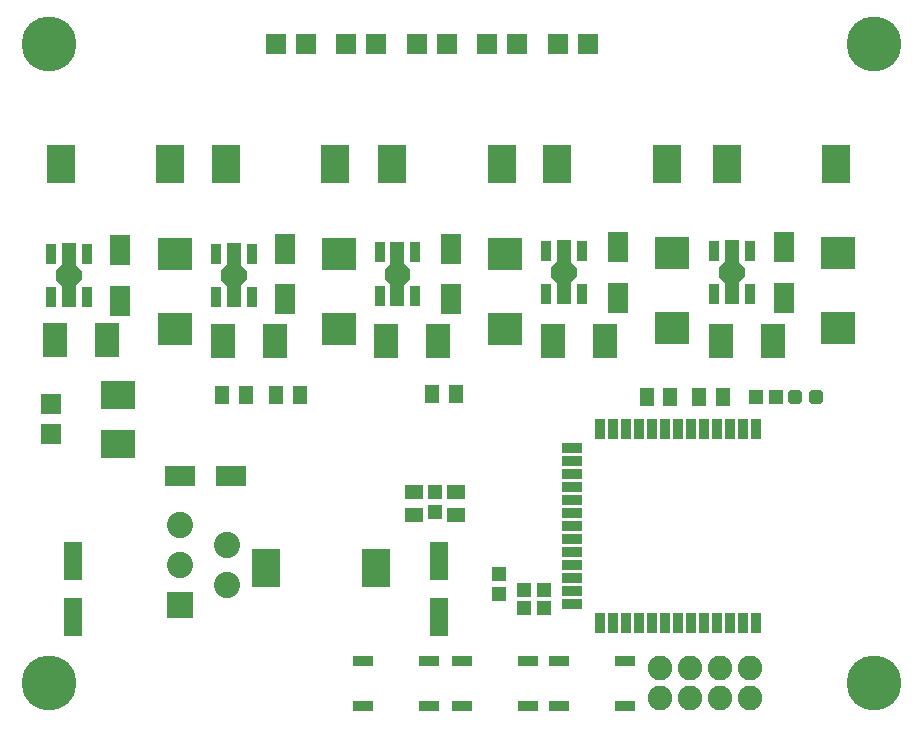
<source format=gbr>
G04 EAGLE Gerber RS-274X export*
G75*
%MOMM*%
%FSLAX34Y34*%
%LPD*%
%INSoldermask Top*%
%IPPOS*%
%AMOC8*
5,1,8,0,0,1.08239X$1,22.5*%
G01*
%ADD10R,0.903200X1.703200*%
%ADD11R,1.203200X5.403200*%
%ADD12R,2.403200X3.303200*%
%ADD13R,1.753200X2.553200*%
%ADD14R,2.003200X2.903200*%
%ADD15R,2.903200X2.753200*%
%ADD16R,1.727200X1.727200*%
%ADD17R,0.853200X1.703200*%
%ADD18R,1.703200X0.853200*%
%ADD19R,1.303200X1.603200*%
%ADD20R,1.303200X1.203200*%
%ADD21R,2.228200X2.228200*%
%ADD22C,2.228200*%
%ADD23R,1.603200X3.203200*%
%ADD24R,2.553200X1.753200*%
%ADD25R,1.603200X1.303200*%
%ADD26R,1.203200X1.303200*%
%ADD27R,2.997200X2.489200*%
%ADD28C,0.505344*%
%ADD29C,4.648200*%
%ADD30R,1.727200X0.965200*%
%ADD31C,2.082800*%
%ADD32C,1.478200*%

G36*
X610888Y363834D02*
X610888Y363834D01*
X610954Y363831D01*
X610999Y363846D01*
X611046Y363851D01*
X611105Y363880D01*
X611168Y363900D01*
X611212Y363933D01*
X611247Y363950D01*
X611274Y363979D01*
X611318Y364012D01*
X621318Y374012D01*
X621343Y374046D01*
X621374Y374075D01*
X621406Y374138D01*
X621447Y374196D01*
X621457Y374237D01*
X621477Y374275D01*
X621490Y374364D01*
X621503Y374413D01*
X621500Y374434D01*
X621504Y374460D01*
X621504Y382460D01*
X621497Y382502D01*
X621499Y382544D01*
X621477Y382611D01*
X621465Y382681D01*
X621443Y382717D01*
X621430Y382758D01*
X621376Y382831D01*
X621350Y382874D01*
X621334Y382887D01*
X621318Y382908D01*
X611318Y392908D01*
X611265Y392946D01*
X611217Y392991D01*
X611173Y393010D01*
X611134Y393037D01*
X611071Y393053D01*
X611010Y393079D01*
X610963Y393081D01*
X610917Y393093D01*
X610852Y393086D01*
X610786Y393089D01*
X610741Y393074D01*
X610694Y393069D01*
X610635Y393040D01*
X610572Y393020D01*
X610528Y392987D01*
X610493Y392970D01*
X610466Y392941D01*
X610422Y392908D01*
X600422Y382908D01*
X600397Y382874D01*
X600366Y382845D01*
X600334Y382782D01*
X600293Y382724D01*
X600283Y382683D01*
X600263Y382645D01*
X600250Y382556D01*
X600238Y382507D01*
X600240Y382486D01*
X600236Y382460D01*
X600236Y374460D01*
X600243Y374418D01*
X600241Y374376D01*
X600263Y374309D01*
X600275Y374239D01*
X600297Y374203D01*
X600310Y374162D01*
X600364Y374089D01*
X600390Y374046D01*
X600406Y374033D01*
X600422Y374012D01*
X610422Y364012D01*
X610476Y363974D01*
X610523Y363929D01*
X610567Y363910D01*
X610606Y363883D01*
X610669Y363867D01*
X610730Y363841D01*
X610777Y363839D01*
X610823Y363828D01*
X610888Y363834D01*
G37*
G36*
X468648Y363834D02*
X468648Y363834D01*
X468714Y363831D01*
X468759Y363846D01*
X468806Y363851D01*
X468865Y363880D01*
X468928Y363900D01*
X468972Y363933D01*
X469007Y363950D01*
X469034Y363979D01*
X469078Y364012D01*
X479078Y374012D01*
X479103Y374046D01*
X479134Y374075D01*
X479166Y374138D01*
X479207Y374196D01*
X479217Y374237D01*
X479237Y374275D01*
X479250Y374364D01*
X479263Y374413D01*
X479260Y374434D01*
X479264Y374460D01*
X479264Y382460D01*
X479257Y382502D01*
X479259Y382544D01*
X479237Y382611D01*
X479225Y382681D01*
X479203Y382717D01*
X479190Y382758D01*
X479136Y382831D01*
X479110Y382874D01*
X479094Y382887D01*
X479078Y382908D01*
X469078Y392908D01*
X469025Y392946D01*
X468977Y392991D01*
X468933Y393010D01*
X468894Y393037D01*
X468831Y393053D01*
X468770Y393079D01*
X468723Y393081D01*
X468677Y393093D01*
X468612Y393086D01*
X468546Y393089D01*
X468501Y393074D01*
X468454Y393069D01*
X468395Y393040D01*
X468332Y393020D01*
X468288Y392987D01*
X468253Y392970D01*
X468226Y392941D01*
X468182Y392908D01*
X458182Y382908D01*
X458157Y382874D01*
X458126Y382845D01*
X458094Y382782D01*
X458053Y382724D01*
X458043Y382683D01*
X458023Y382645D01*
X458010Y382556D01*
X457998Y382507D01*
X458000Y382486D01*
X457996Y382460D01*
X457996Y374460D01*
X458003Y374418D01*
X458001Y374376D01*
X458023Y374309D01*
X458035Y374239D01*
X458057Y374203D01*
X458070Y374162D01*
X458124Y374089D01*
X458150Y374046D01*
X458166Y374033D01*
X458182Y374012D01*
X468182Y364012D01*
X468236Y363974D01*
X468283Y363929D01*
X468327Y363910D01*
X468366Y363883D01*
X468429Y363867D01*
X468490Y363841D01*
X468537Y363839D01*
X468583Y363828D01*
X468648Y363834D01*
G37*
G36*
X327678Y362564D02*
X327678Y362564D01*
X327744Y362561D01*
X327789Y362576D01*
X327836Y362581D01*
X327895Y362610D01*
X327958Y362630D01*
X328002Y362663D01*
X328037Y362680D01*
X328064Y362709D01*
X328108Y362742D01*
X338108Y372742D01*
X338133Y372776D01*
X338164Y372805D01*
X338196Y372868D01*
X338237Y372926D01*
X338247Y372967D01*
X338267Y373005D01*
X338280Y373094D01*
X338293Y373143D01*
X338290Y373164D01*
X338294Y373190D01*
X338294Y381190D01*
X338287Y381232D01*
X338289Y381274D01*
X338267Y381341D01*
X338255Y381411D01*
X338233Y381447D01*
X338220Y381488D01*
X338166Y381561D01*
X338140Y381604D01*
X338124Y381617D01*
X338108Y381638D01*
X328108Y391638D01*
X328055Y391676D01*
X328007Y391721D01*
X327963Y391740D01*
X327924Y391767D01*
X327861Y391783D01*
X327800Y391809D01*
X327753Y391811D01*
X327707Y391823D01*
X327642Y391816D01*
X327576Y391819D01*
X327531Y391804D01*
X327484Y391799D01*
X327425Y391770D01*
X327362Y391750D01*
X327318Y391717D01*
X327283Y391700D01*
X327256Y391671D01*
X327212Y391638D01*
X317212Y381638D01*
X317187Y381604D01*
X317156Y381575D01*
X317124Y381512D01*
X317083Y381454D01*
X317073Y381413D01*
X317053Y381375D01*
X317040Y381286D01*
X317028Y381237D01*
X317030Y381216D01*
X317026Y381190D01*
X317026Y373190D01*
X317033Y373148D01*
X317031Y373106D01*
X317053Y373039D01*
X317065Y372969D01*
X317087Y372933D01*
X317100Y372892D01*
X317154Y372819D01*
X317180Y372776D01*
X317196Y372763D01*
X317212Y372742D01*
X327212Y362742D01*
X327266Y362704D01*
X327313Y362659D01*
X327357Y362640D01*
X327396Y362613D01*
X327459Y362597D01*
X327520Y362571D01*
X327567Y362569D01*
X327613Y362558D01*
X327678Y362564D01*
G37*
G36*
X189248Y361294D02*
X189248Y361294D01*
X189314Y361291D01*
X189359Y361306D01*
X189406Y361311D01*
X189465Y361340D01*
X189528Y361360D01*
X189572Y361393D01*
X189607Y361410D01*
X189634Y361439D01*
X189678Y361472D01*
X199678Y371472D01*
X199703Y371506D01*
X199734Y371535D01*
X199766Y371598D01*
X199807Y371656D01*
X199817Y371697D01*
X199837Y371735D01*
X199850Y371824D01*
X199863Y371873D01*
X199860Y371894D01*
X199864Y371920D01*
X199864Y379920D01*
X199857Y379962D01*
X199859Y380004D01*
X199837Y380071D01*
X199825Y380141D01*
X199803Y380177D01*
X199790Y380218D01*
X199736Y380291D01*
X199710Y380334D01*
X199694Y380347D01*
X199678Y380368D01*
X189678Y390368D01*
X189625Y390406D01*
X189577Y390451D01*
X189533Y390470D01*
X189494Y390497D01*
X189431Y390513D01*
X189370Y390539D01*
X189323Y390541D01*
X189277Y390553D01*
X189212Y390546D01*
X189146Y390549D01*
X189101Y390534D01*
X189054Y390529D01*
X188995Y390500D01*
X188932Y390480D01*
X188888Y390447D01*
X188853Y390430D01*
X188826Y390401D01*
X188782Y390368D01*
X178782Y380368D01*
X178757Y380334D01*
X178726Y380305D01*
X178694Y380242D01*
X178653Y380184D01*
X178643Y380143D01*
X178623Y380105D01*
X178610Y380016D01*
X178598Y379967D01*
X178600Y379946D01*
X178596Y379920D01*
X178596Y371920D01*
X178603Y371878D01*
X178601Y371836D01*
X178623Y371769D01*
X178635Y371699D01*
X178657Y371663D01*
X178670Y371622D01*
X178724Y371549D01*
X178750Y371506D01*
X178766Y371493D01*
X178782Y371472D01*
X188782Y361472D01*
X188836Y361434D01*
X188883Y361389D01*
X188927Y361370D01*
X188966Y361343D01*
X189029Y361327D01*
X189090Y361301D01*
X189137Y361299D01*
X189183Y361288D01*
X189248Y361294D01*
G37*
G36*
X49548Y361294D02*
X49548Y361294D01*
X49614Y361291D01*
X49659Y361306D01*
X49706Y361311D01*
X49765Y361340D01*
X49828Y361360D01*
X49872Y361393D01*
X49907Y361410D01*
X49934Y361439D01*
X49978Y361472D01*
X59978Y371472D01*
X60003Y371506D01*
X60034Y371535D01*
X60066Y371598D01*
X60107Y371656D01*
X60117Y371697D01*
X60137Y371735D01*
X60150Y371824D01*
X60163Y371873D01*
X60160Y371894D01*
X60164Y371920D01*
X60164Y379920D01*
X60157Y379962D01*
X60159Y380004D01*
X60137Y380071D01*
X60125Y380141D01*
X60103Y380177D01*
X60090Y380218D01*
X60036Y380291D01*
X60010Y380334D01*
X59994Y380347D01*
X59978Y380368D01*
X49978Y390368D01*
X49925Y390406D01*
X49877Y390451D01*
X49833Y390470D01*
X49794Y390497D01*
X49731Y390513D01*
X49670Y390539D01*
X49623Y390541D01*
X49577Y390553D01*
X49512Y390546D01*
X49446Y390549D01*
X49401Y390534D01*
X49354Y390529D01*
X49295Y390500D01*
X49232Y390480D01*
X49188Y390447D01*
X49153Y390430D01*
X49126Y390401D01*
X49082Y390368D01*
X39082Y380368D01*
X39057Y380334D01*
X39026Y380305D01*
X38994Y380242D01*
X38953Y380184D01*
X38943Y380143D01*
X38923Y380105D01*
X38910Y380016D01*
X38898Y379967D01*
X38900Y379946D01*
X38896Y379920D01*
X38896Y371920D01*
X38903Y371878D01*
X38901Y371836D01*
X38923Y371769D01*
X38935Y371699D01*
X38957Y371663D01*
X38970Y371622D01*
X39024Y371549D01*
X39050Y371506D01*
X39066Y371493D01*
X39082Y371472D01*
X49082Y361472D01*
X49136Y361434D01*
X49183Y361389D01*
X49227Y361370D01*
X49266Y361343D01*
X49329Y361327D01*
X49390Y361301D01*
X49437Y361299D01*
X49483Y361288D01*
X49548Y361294D01*
G37*
D10*
X64530Y394420D03*
X34530Y394420D03*
X64530Y357420D03*
X34530Y357420D03*
D11*
X49530Y375920D03*
D12*
X42400Y469900D03*
X135400Y469900D03*
D13*
X92710Y354420D03*
X92710Y397420D03*
D14*
X81690Y321310D03*
X37690Y321310D03*
D15*
X139700Y393650D03*
X139700Y330250D03*
D16*
X224790Y571500D03*
X250190Y571500D03*
D10*
X342660Y395690D03*
X312660Y395690D03*
X342660Y358690D03*
X312660Y358690D03*
D11*
X327660Y377190D03*
D12*
X323070Y469900D03*
X416070Y469900D03*
D13*
X373380Y355690D03*
X373380Y398690D03*
D14*
X362360Y320040D03*
X318360Y320040D03*
D15*
X419100Y393650D03*
X419100Y330250D03*
D16*
X344170Y571500D03*
X369570Y571500D03*
D10*
X204230Y394420D03*
X174230Y394420D03*
X204230Y357420D03*
X174230Y357420D03*
D11*
X189230Y375920D03*
D12*
X182100Y469900D03*
X275100Y469900D03*
D13*
X232410Y355690D03*
X232410Y398690D03*
D14*
X223930Y320040D03*
X179930Y320040D03*
D15*
X278130Y393650D03*
X278130Y330250D03*
D16*
X284480Y571500D03*
X309880Y571500D03*
D10*
X483630Y396960D03*
X453630Y396960D03*
X483630Y359960D03*
X453630Y359960D03*
D11*
X468630Y378460D03*
D12*
X462770Y469900D03*
X555770Y469900D03*
D13*
X514350Y356960D03*
X514350Y399960D03*
D14*
X503330Y320040D03*
X459330Y320040D03*
D15*
X560070Y394920D03*
X560070Y331520D03*
D16*
X403860Y571500D03*
X429260Y571500D03*
D10*
X625870Y396960D03*
X595870Y396960D03*
X625870Y359960D03*
X595870Y359960D03*
D11*
X610870Y378460D03*
D12*
X606280Y469900D03*
X699280Y469900D03*
D13*
X655320Y356960D03*
X655320Y399960D03*
D14*
X645570Y320040D03*
X601570Y320040D03*
D15*
X701040Y394920D03*
X701040Y331520D03*
D16*
X463550Y571500D03*
X488950Y571500D03*
D17*
X619940Y245590D03*
X608940Y245590D03*
X597940Y245590D03*
X586940Y245590D03*
X575940Y245590D03*
X564940Y245590D03*
X553940Y245590D03*
X542940Y245590D03*
X531940Y245590D03*
X520940Y245590D03*
X509940Y245590D03*
X498940Y245590D03*
D18*
X475440Y229390D03*
X475440Y218390D03*
X475440Y207390D03*
X475440Y196390D03*
X475440Y185390D03*
X475440Y174390D03*
X475440Y163390D03*
D17*
X630940Y245590D03*
X619940Y81690D03*
X608940Y81690D03*
X597940Y81690D03*
X586940Y81690D03*
X575940Y81690D03*
X564940Y81690D03*
X553940Y81690D03*
X542940Y81690D03*
X531940Y81690D03*
X520940Y81690D03*
X509940Y81690D03*
X498940Y81690D03*
X630940Y81690D03*
D18*
X475440Y152390D03*
X475440Y141390D03*
X475440Y130390D03*
X475440Y119390D03*
X475440Y108390D03*
X475440Y97390D03*
D19*
X179230Y274320D03*
X199230Y274320D03*
X357030Y275590D03*
X377030Y275590D03*
X224950Y274320D03*
X244950Y274320D03*
X538640Y273050D03*
X558640Y273050D03*
X603090Y273050D03*
X583090Y273050D03*
D20*
X451730Y109220D03*
X434730Y109220D03*
X451730Y93980D03*
X434730Y93980D03*
D21*
X143510Y96520D03*
D22*
X183510Y113520D03*
X143510Y130520D03*
X183510Y147520D03*
X143510Y164520D03*
D12*
X216390Y128270D03*
X309390Y128270D03*
D23*
X363220Y134490D03*
X363220Y86490D03*
D24*
X186600Y205740D03*
X143600Y205740D03*
D23*
X53340Y86490D03*
X53340Y134490D03*
D25*
X341630Y192880D03*
X341630Y172880D03*
X377190Y172880D03*
X377190Y192880D03*
D26*
X359410Y192650D03*
X359410Y175650D03*
D16*
X34290Y266700D03*
X34290Y241300D03*
D27*
X91440Y274460D03*
X91440Y233540D03*
D26*
X414020Y122800D03*
X414020Y105800D03*
D28*
X678380Y269560D02*
X678380Y276540D01*
X685360Y276540D01*
X685360Y269560D01*
X678380Y269560D01*
X678380Y274360D02*
X685360Y274360D01*
X660840Y276540D02*
X660840Y269560D01*
X660840Y276540D02*
X667820Y276540D01*
X667820Y269560D01*
X660840Y269560D01*
X660840Y274360D02*
X667820Y274360D01*
D20*
X648580Y273050D03*
X631580Y273050D03*
D29*
X33020Y30480D03*
X731520Y30480D03*
X33020Y571500D03*
X731520Y571500D03*
D30*
X438150Y11430D03*
X382270Y11430D03*
X438150Y49530D03*
X382270Y49530D03*
X298450Y49530D03*
X354330Y49530D03*
X298450Y11430D03*
X354330Y11430D03*
X520700Y11430D03*
X464820Y11430D03*
X520700Y49530D03*
X464820Y49530D03*
D31*
X549910Y17780D03*
X549910Y43180D03*
X575310Y17780D03*
X575310Y43180D03*
X600710Y17780D03*
X600710Y43180D03*
X626110Y17780D03*
X626110Y43180D03*
D32*
X53340Y86360D03*
X363220Y87630D03*
X53340Y132080D03*
X363220Y133350D03*
M02*

</source>
